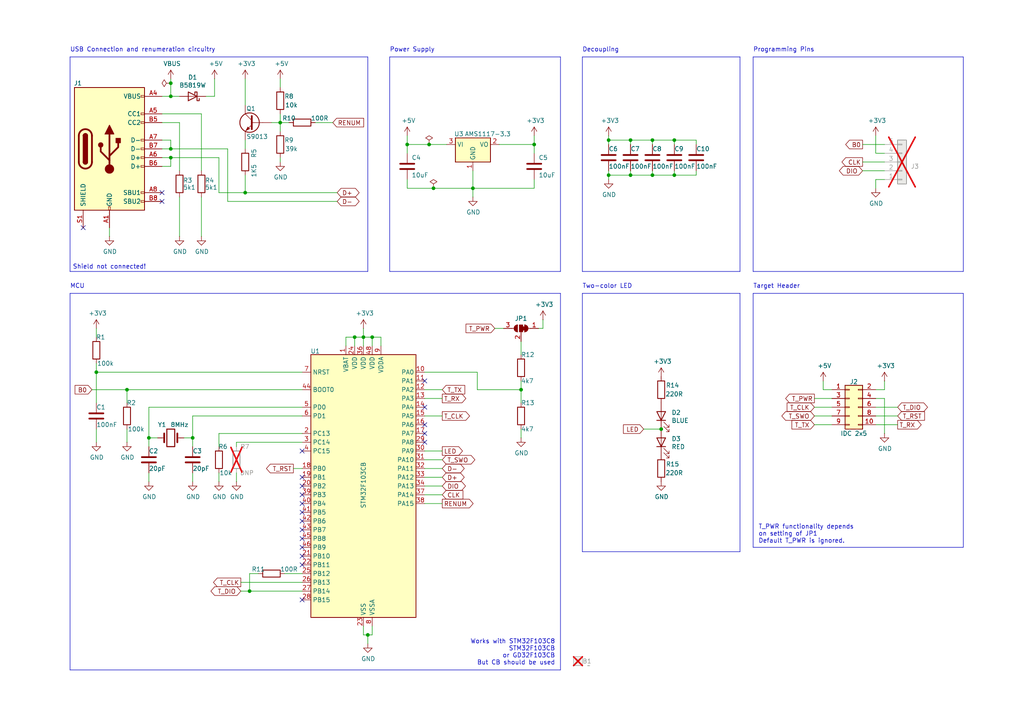
<source format=kicad_sch>
(kicad_sch (version 20250114) (generator "eeschema") (generator_version "9.0")
  (paper "A4")
  (title_block (title "${TITLE}") (rev "${REVISION}") (company "${COMPANY}") (comment 1 "${URL}") (comment 2 "${AUTHOR}") (comment 3 "${AUTHOR_EMAIL}"))
  (lib_symbols
    (symbol "Connector_Generic:Conn_01x05" (pin_names (offset 1.016) (hide yes))
      (property "Reference" "J" (at 0 7.62 0))
      (property "Value" "Conn_01x05" (at 0 -7.62 0))
      (symbol "Conn_01x05_1_1"
        (pin passive line (at -5.08 5.08 0) (length 3.81) (name "Pin_1") (number "1"))
        (pin passive line (at -5.08 2.54 0) (length 3.81) (name "Pin_2") (number "2"))
        (pin passive line (at -5.08 0 0) (length 3.81) (name "Pin_3") (number "3"))
        (pin passive line (at -5.08 -2.54 0) (length 3.81) (name "Pin_4") (number "4"))
        (pin passive line (at -5.08 -5.08 0) (length 3.81) (name "Pin_5") (number "5"))
      )
    )
    (symbol "Connector_Generic:Conn_02x05_Odd_Even" (pin_names (offset 1.016) (hide yes))
      (property "Reference" "J" (at 1.27 7.62 0))
      (property "Value" "Conn_02x05_Odd_Even" (at 1.27 -7.62 0))
      (symbol "Conn_02x05_Odd_Even_1_1"
        (pin passive line (at -5.08 5.08 0) (length 3.81) (name "Pin_1") (number "1"))
        (pin passive line (at -5.08 2.54 0) (length 3.81) (name "Pin_3") (number "3"))
        (pin passive line (at -5.08 0 0) (length 3.81) (name "Pin_5") (number "5"))
        (pin passive line (at -5.08 -2.54 0) (length 3.81) (name "Pin_7") (number "7"))
        (pin passive line (at -5.08 -5.08 0) (length 3.81) (name "Pin_9") (number "9"))
        (pin passive line (at 7.62 5.08 180) (length 3.81) (name "Pin_2") (number "2"))
        (pin passive line (at 7.62 2.54 180) (length 3.81) (name "Pin_4") (number "4"))
        (pin passive line (at 7.62 0 180) (length 3.81) (name "Pin_6") (number "6"))
        (pin passive line (at 7.62 -2.54 180) (length 3.81) (name "Pin_8") (number "8"))
        (pin passive line (at 7.62 -5.08 180) (length 3.81) (name "Pin_10") (number "10"))
      )
    )
    (symbol "Device:C" (pin_numbers (hide yes)) (pin_names (offset 0.254))
      (property "Reference" "C" (at 0.635 2.54 0))
      (property "Value" "C" (at 0.635 -2.54 0))
      (symbol "C_1_1"
        (pin passive line (at 0 3.81 270) (length 2.794) (name "~") (number "1"))
        (pin passive line (at 0 -3.81 90) (length 2.794) (name "~") (number "2"))
      )
    )
    (symbol "Device:Crystal" (pin_numbers (hide yes)) (pin_names (offset 1.016) (hide yes))
      (property "Reference" "Y" (at 0 3.81 0))
      (property "Value" "Crystal" (at 0 -3.81 0))
      (symbol "Crystal_1_1"
        (pin passive line (at -3.81 0 0) (length 1.27) (name "1") (number "1"))
        (pin passive line (at 3.81 0 180) (length 1.27) (name "2") (number "2"))
      )
    )
    (symbol "Device:D_Schottky" (pin_numbers (hide yes)) (pin_names (offset 1.016) (hide yes))
      (property "Reference" "D" (at 0 2.54 0))
      (property "Value" "D_Schottky" (at 0 -2.54 0))
      (symbol "D_Schottky_1_1"
        (pin passive line (at -3.81 0 0) (length 2.54) (name "K") (number "1"))
        (pin passive line (at 3.81 0 180) (length 2.54) (name "A") (number "2"))
      )
    )
    (symbol "Device:LED" (pin_numbers (hide yes)) (pin_names (offset 1.016) (hide yes))
      (property "Reference" "D" (at 0 2.54 0))
      (property "Value" "LED" (at 0 -2.54 0))
      (symbol "LED_1_1"
        (pin passive line (at -3.81 0 0) (length 2.54) (name "K") (number "1"))
        (pin passive line (at 3.81 0 180) (length 2.54) (name "A") (number "2"))
      )
    )
    (symbol "Device:Q_NPN" (pin_numbers (hide yes)) (pin_names (offset 0) (hide yes))
      (property "Reference" "Q" (at 5.08 1.27 0))
      (property "Value" "Q_NPN" (at 5.08 -1.27 0))
      (symbol "Q_NPN_1_1"
        (pin input line (at -5.08 0 0) (length 2.54) (name "B") (number "B"))
        (pin passive line (at 2.54 5.08 270) (length 2.54) (name "C") (number "C"))
        (pin passive line (at 2.54 -5.08 90) (length 2.54) (name "E") (number "E"))
      )
    )
    (symbol "Device:R" (pin_numbers (hide yes)) (pin_names (offset 0))
      (property "Reference" "R" (at 2.032 0 90))
      (property "Value" "R" (at 0 0 90))
      (symbol "R_1_1"
        (pin passive line (at 0 3.81 270) (length 1.27) (name "~") (number "1"))
        (pin passive line (at 0 -3.81 90) (length 1.27) (name "~") (number "2"))
      )
    )
    (symbol "Jumper:SolderJumper_3_Bridged12" (pin_names (offset 0) (hide yes)) (in_bom no)
      (property "Reference" "JP" (at -2.54 -2.54 0))
      (property "Value" "SolderJumper_3_Bridged12" (at 0 2.794 0))
      (symbol "SolderJumper_3_Bridged12_1_1"
        (pin passive line (at -5.08 0 0) (length 2.54) (name "A") (number "1"))
        (pin passive line (at 0 -3.81 90) (length 2.54) (name "C") (number "2"))
        (pin passive line (at 5.08 0 180) (length 2.54) (name "B") (number "3"))
      )
    )
    (symbol "MCU_ST_STM32F1:STM32F103C8Tx"
      (property "Reference" "U" (at -15.24 39.37 0))
      (property "Value" "STM32F103C8Tx" (at 7.62 39.37 0))
      (symbol "STM32F103C8Tx_1_1"
        (pin input line (at -17.78 33.02 0) (length 2.54) (name "NRST") (number "7"))
        (pin input line (at -17.78 27.94 0) (length 2.54) (name "BOOT0") (number "44"))
        (pin bidirectional line (at -17.78 22.86 0) (length 2.54) (name "PD0") (number "5"))
        (pin bidirectional line (at -17.78 20.32 0) (length 2.54) (name "PD1") (number "6"))
        (pin bidirectional line (at -17.78 15.24 0) (length 2.54) (name "PC13") (number "2"))
        (pin bidirectional line (at -17.78 12.7 0) (length 2.54) (name "PC14") (number "3"))
        (pin bidirectional line (at -17.78 10.16 0) (length 2.54) (name "PC15") (number "4"))
        (pin bidirectional line (at -17.78 5.08 0) (length 2.54) (name "PB0") (number "18"))
        (pin bidirectional line (at -17.78 2.54 0) (length 2.54) (name "PB1") (number "19"))
        (pin bidirectional line (at -17.78 0 0) (length 2.54) (name "PB2") (number "20"))
        (pin bidirectional line (at -17.78 -2.54 0) (length 2.54) (name "PB3") (number "39"))
        (pin bidirectional line (at -17.78 -5.08 0) (length 2.54) (name "PB4") (number "40"))
        (pin bidirectional line (at -17.78 -7.62 0) (length 2.54) (name "PB5") (number "41"))
        (pin bidirectional line (at -17.78 -10.16 0) (length 2.54) (name "PB6") (number "42"))
        (pin bidirectional line (at -17.78 -12.7 0) (length 2.54) (name "PB7") (number "43"))
        (pin bidirectional line (at -17.78 -15.24 0) (length 2.54) (name "PB8") (number "45"))
        (pin bidirectional line (at -17.78 -17.78 0) (length 2.54) (name "PB9") (number "46"))
        (pin bidirectional line (at -17.78 -20.32 0) (length 2.54) (name "PB10") (number "21"))
        (pin bidirectional line (at -17.78 -22.86 0) (length 2.54) (name "PB11") (number "22"))
        (pin bidirectional line (at -17.78 -25.4 0) (length 2.54) (name "PB12") (number "25"))
        (pin bidirectional line (at -17.78 -27.94 0) (length 2.54) (name "PB13") (number "26"))
        (pin bidirectional line (at -17.78 -30.48 0) (length 2.54) (name "PB14") (number "27"))
        (pin bidirectional line (at -17.78 -33.02 0) (length 2.54) (name "PB15") (number "28"))
        (pin power_in line (at -5.08 40.64 270) (length 2.54) (name "VBAT") (number "1"))
        (pin power_in line (at -2.54 40.64 270) (length 2.54) (name "VDD") (number "24"))
        (pin power_in line (at 0 40.64 270) (length 2.54) (name "VDD") (number "36"))
        (pin power_in line (at 0 -40.64 90) (length 2.54) (name "VSS") (number "23"))
        (pin passive line (at 0 -40.64 90) (length 2.54) (hide yes) (name "VSS") (number "35"))
        (pin passive line (at 0 -40.64 90) (length 2.54) (hide yes) (name "VSS") (number "47"))
        (pin power_in line (at 2.54 40.64 270) (length 2.54) (name "VDD") (number "48"))
        (pin power_in line (at 2.54 -40.64 90) (length 2.54) (name "VSSA") (number "8"))
        (pin power_in line (at 5.08 40.64 270) (length 2.54) (name "VDDA") (number "9"))
        (pin bidirectional line (at 17.78 33.02 180) (length 2.54) (name "PA0") (number "10"))
        (pin bidirectional line (at 17.78 30.48 180) (length 2.54) (name "PA1") (number "11"))
        (pin bidirectional line (at 17.78 27.94 180) (length 2.54) (name "PA2") (number "12"))
        (pin bidirectional line (at 17.78 25.4 180) (length 2.54) (name "PA3") (number "13"))
        (pin bidirectional line (at 17.78 22.86 180) (length 2.54) (name "PA4") (number "14"))
        (pin bidirectional line (at 17.78 20.32 180) (length 2.54) (name "PA5") (number "15"))
        (pin bidirectional line (at 17.78 17.78 180) (length 2.54) (name "PA6") (number "16"))
        (pin bidirectional line (at 17.78 15.24 180) (length 2.54) (name "PA7") (number "17"))
        (pin bidirectional line (at 17.78 12.7 180) (length 2.54) (name "PA8") (number "29"))
        (pin bidirectional line (at 17.78 10.16 180) (length 2.54) (name "PA9") (number "30"))
        (pin bidirectional line (at 17.78 7.62 180) (length 2.54) (name "PA10") (number "31"))
        (pin bidirectional line (at 17.78 5.08 180) (length 2.54) (name "PA11") (number "32"))
        (pin bidirectional line (at 17.78 2.54 180) (length 2.54) (name "PA12") (number "33"))
        (pin bidirectional line (at 17.78 0 180) (length 2.54) (name "PA13") (number "34"))
        (pin bidirectional line (at 17.78 -2.54 180) (length 2.54) (name "PA14") (number "37"))
        (pin bidirectional line (at 17.78 -5.08 180) (length 2.54) (name "PA15") (number "38"))
      )
    )
    (symbol "Regulator_Linear:AMS1117-3.3"
      (property "Reference" "U" (at -3.81 3.175 0))
      (property "Value" "AMS1117-3.3" (at 0 3.175 0))
      (symbol "AMS1117-3.3_1_1"
        (pin power_in line (at -7.62 0 0) (length 2.54) (name "VI") (number "3"))
        (pin power_in line (at 0 -7.62 90) (length 2.54) (name "GND") (number "1"))
        (pin power_out line (at 7.62 0 180) (length 2.54) (name "VO") (number "2"))
      )
    )
    (symbol "power:+3V3" (power) (pin_numbers (hide yes)) (pin_names (offset 0) (hide yes))
      (property "Value" "+3V3" (at 0 3.556 0))
      (symbol "+3V3_1_1"
        (pin power_in line (at 0 0 90) (length 0) (name "~") (number "1"))
      )
    )
    (symbol "power:+5V" (power) (pin_numbers (hide yes)) (pin_names (offset 0) (hide yes))
      (property "Value" "+5V" (at 0 3.556 0))
      (symbol "+5V_1_1"
        (pin power_in line (at 0 0 90) (length 0) (name "~") (number "1"))
      )
    )
    (symbol "power:GND" (power) (pin_numbers (hide yes)) (pin_names (offset 0) (hide yes))
      (property "Value" "GND" (at 0 -3.81 0))
      (symbol "GND_1_1"
        (pin power_in line (at 0 0 270) (length 0) (name "~") (number "1"))
      )
    )
    (symbol "power:PWR_FLAG" (power) (pin_numbers (hide yes)) (pin_names (offset 0) (hide yes))
      (property "Value" "PWR_FLAG" (at 0 3.81 0))
      (symbol "PWR_FLAG_0_0"
        (pin power_out line (at 0 0 90) (length 0) (name "~") (number "1"))
      )
    )
    (symbol "power:VBUS" (power) (pin_numbers (hide yes)) (pin_names (offset 0) (hide yes))
      (property "Value" "VBUS" (at 0 3.556 0))
      (symbol "VBUS_1_1"
        (pin power_in line (at 0 0 90) (length 0) (name "~") (number "1"))
      )
    )
    (symbol "st-link:Board"
      (property "Reference" "B" (at 0 0 0))
    )
    (symbol "st-link:USB_C_Receptacle_USB2.0-Connector" (pin_names (offset 1.016))
      (property "Reference" "J" (at -10.16 19.05 0))
      (property "Value" "USB_C_Receptacle_USB2.0-Connector" (at 19.05 19.05 0))
      (symbol "USB_C_Receptacle_USB2.0-Connector_1_1"
        (pin passive line (at -7.62 -22.86 90) (length 5.08) (name "SHIELD") (number "S1"))
        (pin power_in line (at 0 -22.86 90) (length 5.08) (name "GND") (number "A1"))
        (pin passive line (at 0 -22.86 90) (length 5.08) (hide yes) (name "GND") (number "A12"))
        (pin passive line (at 0 -22.86 90) (length 5.08) (hide yes) (name "GND") (number "B1"))
        (pin passive line (at 0 -22.86 90) (length 5.08) (hide yes) (name "GND") (number "B12"))
        (pin power_in line (at 15.24 15.24 180) (length 5.08) (name "VBUS") (number "A4"))
        (pin passive line (at 15.24 15.24 180) (length 5.08) (hide yes) (name "VBUS") (number "A9"))
        (pin passive line (at 15.24 15.24 180) (length 5.08) (hide yes) (name "VBUS") (number "B4"))
        (pin passive line (at 15.24 15.24 180) (length 5.08) (hide yes) (name "VBUS") (number "B9"))
        (pin bidirectional line (at 15.24 10.16 180) (length 5.08) (name "CC1") (number "A5"))
        (pin bidirectional line (at 15.24 7.62 180) (length 5.08) (name "CC2") (number "B5"))
        (pin bidirectional line (at 15.24 2.54 180) (length 5.08) (name "D-") (number "A7"))
        (pin bidirectional line (at 15.24 0 180) (length 5.08) (name "D-") (number "B7"))
        (pin bidirectional line (at 15.24 -2.54 180) (length 5.08) (name "D+") (number "A6"))
        (pin bidirectional line (at 15.24 -5.08 180) (length 5.08) (name "D+") (number "B6"))
        (pin bidirectional line (at 15.24 -12.7 180) (length 5.08) (name "SBU1") (number "A8"))
        (pin bidirectional line (at 15.24 -15.24 180) (length 5.08) (name "SBU2") (number "B8"))
      )
    )
  )
  (text "Power Supply" (at 113.03 15.24 0) (effects (font (size 1.27 1.27)) (justify left bottom)))
  (text "T_PWR functionality depends \non setting of JP1\nDefault T_PWR is ignored." (at 219.964 157.734 0) (effects (font (size 1.27 1.27)) (justify left bottom)))
  (text "Decoupling" (at 168.91 15.24 0) (effects (font (size 1.27 1.27)) (justify left bottom)))
  (text "USB Connection and renumeration circuitry" (at 20.32 15.24 0) (effects (font (size 1.27 1.27)) (justify left bottom)))
  (text "Programming Pins" (at 218.44 15.24 0) (effects (font (size 1.27 1.27)) (justify left bottom)))
  (text "Target Header" (at 218.44 83.82 0) (effects (font (size 1.27 1.27)) (justify left bottom)))
  (text "Works with STM32F103C8\nSTM32F103CB\nor GD32F103CB\nBut CB should be used" (at 161.036 185.42 0) (effects (font (size 1.27 1.27)) (justify right top)))
  (text "Two-color LED" (at 168.91 83.82 0) (effects (font (size 1.27 1.27)) (justify left bottom)))
  (text "MCU" (at 20.32 83.82 0) (effects (font (size 1.27 1.27)) (justify left bottom)))
  (text "Shield not connected!" (at 21.082 78.232 0) (effects (font (size 1.27 1.27)) (justify left bottom)))
  (junction (at 189.23 40.64))
  (junction (at 27.94 107.95))
  (junction (at 125.73 54.61))
  (junction (at 55.88 127))
  (junction (at 49.53 43.18))
  (junction (at 154.94 41.91))
  (junction (at 107.95 97.79))
  (junction (at 71.12 55.88))
  (junction (at 191.77 124.46))
  (junction (at 137.16 54.61))
  (junction (at 105.41 97.79))
  (junction (at 81.28 35.56))
  (junction (at 176.53 40.64))
  (junction (at 49.53 45.72))
  (junction (at 36.83 113.03))
  (junction (at 43.18 127))
  (junction (at 102.87 97.79))
  (junction (at 49.53 27.94))
  (junction (at 182.88 40.64))
  (junction (at 195.58 40.64))
  (junction (at 118.11 41.91))
  (junction (at 124.46 41.91))
  (junction (at 49.53 24.13))
  (junction (at 182.88 50.8))
  (junction (at 106.68 184.15))
  (junction (at 72.39 171.45))
  (junction (at 195.58 50.8))
  (junction (at 189.23 50.8))
  (junction (at 151.13 113.03))
  (junction (at 176.53 50.8))
  (no_connect (at 123.19 118.11))
  (no_connect (at 87.63 156.21))
  (no_connect (at 87.63 148.59))
  (no_connect (at 87.63 140.97))
  (no_connect (at 87.63 138.43))
  (no_connect (at 46.99 55.88))
  (no_connect (at 87.63 143.51))
  (no_connect (at 87.63 158.75))
  (no_connect (at 123.19 125.73))
  (no_connect (at 87.63 163.83))
  (no_connect (at 123.19 123.19))
  (no_connect (at 87.63 161.29))
  (no_connect (at 123.19 110.49))
  (no_connect (at 123.19 128.27))
  (no_connect (at 24.13 66.04))
  (no_connect (at 87.63 146.05))
  (no_connect (at 87.63 153.67))
  (no_connect (at 87.63 173.99))
  (no_connect (at 87.63 130.81))
  (no_connect (at 87.63 151.13))
  (no_connect (at 46.99 58.42))
  (wire (pts (xy 238.76 110.49) (xy 238.76 113.03)))
  (wire (pts (xy 53.34 127) (xy 55.88 127)))
  (wire (pts (xy 43.18 127) (xy 43.18 129.54)))
  (wire (pts (xy 97.79 58.42) (xy 66.04 58.42)))
  (wire (pts (xy 43.18 118.11) (xy 43.18 127)))
  (wire (pts (xy 100.33 100.33) (xy 100.33 97.79)))
  (wire (pts (xy 36.83 113.03) (xy 87.63 113.03)))
  (wire (pts (xy 189.23 41.91) (xy 189.23 40.64)))
  (wire (pts (xy 144.78 41.91) (xy 154.94 41.91)))
  (wire (pts (xy 128.27 130.81) (xy 123.19 130.81)))
  (wire (pts (xy 118.11 39.37) (xy 118.11 41.91)))
  (wire (pts (xy 123.19 120.65) (xy 128.27 120.65)))
  (wire (pts (xy 256.54 115.57) (xy 256.54 125.73)))
  (wire (pts (xy 71.12 55.88) (xy 97.79 55.88)))
  (wire (pts (xy 66.04 58.42) (xy 66.04 43.18)))
  (wire (pts (xy 123.19 133.35) (xy 128.27 133.35)))
  (wire (pts (xy 260.35 120.65) (xy 254 120.65)))
  (wire (pts (xy 46.99 27.94) (xy 49.53 27.94)))
  (polyline (pts (xy 162.56 194.31) (xy 20.32 194.31)))
  (wire (pts (xy 81.28 45.72) (xy 81.28 46.99)))
  (wire (pts (xy 254 52.07) (xy 254 54.61)))
  (wire (pts (xy 138.43 113.03) (xy 151.13 113.03)))
  (wire (pts (xy 157.48 92.71) (xy 157.48 95.25)))
  (polyline (pts (xy 214.63 16.51) (xy 214.63 78.74)))
  (wire (pts (xy 176.53 40.64) (xy 176.53 39.37)))
  (wire (pts (xy 74.93 166.37) (xy 72.39 166.37)))
  (polyline (pts (xy 168.91 85.09) (xy 214.63 85.09)))
  (wire (pts (xy 105.41 181.61) (xy 105.41 184.15)))
  (wire (pts (xy 191.77 124.46) (xy 186.69 124.46)))
  (wire (pts (xy 49.53 22.86) (xy 49.53 24.13)))
  (wire (pts (xy 52.07 49.53) (xy 52.07 35.56)))
  (wire (pts (xy 254 115.57) (xy 256.54 115.57)))
  (wire (pts (xy 100.33 97.79) (xy 102.87 97.79)))
  (wire (pts (xy 137.16 57.15) (xy 137.16 54.61)))
  (wire (pts (xy 63.5 55.88) (xy 63.5 45.72)))
  (wire (pts (xy 87.63 168.91) (xy 69.85 168.91)))
  (polyline (pts (xy 218.44 16.51) (xy 279.4 16.51)))
  (wire (pts (xy 81.28 35.56) (xy 78.74 35.56)))
  (wire (pts (xy 250.19 41.91) (xy 256.54 41.91)))
  (wire (pts (xy 36.83 128.27) (xy 36.83 124.46)))
  (polyline (pts (xy 214.63 85.09) (xy 214.63 160.02)))
  (wire (pts (xy 195.58 40.64) (xy 201.93 40.64)))
  (polyline (pts (xy 113.03 16.51) (xy 162.56 16.51)))
  (wire (pts (xy 182.88 41.91) (xy 182.88 40.64)))
  (wire (pts (xy 189.23 50.8) (xy 182.88 50.8)))
  (wire (pts (xy 85.09 135.89) (xy 87.63 135.89)))
  (wire (pts (xy 36.83 116.84) (xy 36.83 113.03)))
  (wire (pts (xy 195.58 50.8) (xy 189.23 50.8)))
  (wire (pts (xy 137.16 54.61) (xy 137.16 49.53)))
  (polyline (pts (xy 279.4 158.75) (xy 218.44 158.75)))
  (wire (pts (xy 241.3 123.19) (xy 236.22 123.19)))
  (polyline (pts (xy 218.44 158.75) (xy 218.44 85.09)))
  (wire (pts (xy 46.99 48.26) (xy 49.53 48.26)))
  (wire (pts (xy 154.94 54.61) (xy 154.94 52.07)))
  (wire (pts (xy 87.63 118.11) (xy 43.18 118.11)))
  (wire (pts (xy 27.94 107.95) (xy 27.94 105.41)))
  (wire (pts (xy 157.48 95.25) (xy 156.21 95.25)))
  (wire (pts (xy 123.19 107.95) (xy 138.43 107.95)))
  (wire (pts (xy 201.93 40.64) (xy 201.93 41.91)))
  (wire (pts (xy 55.88 137.16) (xy 55.88 139.7)))
  (wire (pts (xy 110.49 97.79) (xy 110.49 100.33)))
  (wire (pts (xy 81.28 38.1) (xy 81.28 35.56)))
  (wire (pts (xy 151.13 110.49) (xy 151.13 113.03)))
  (wire (pts (xy 71.12 55.88) (xy 63.5 55.88)))
  (wire (pts (xy 105.41 184.15) (xy 106.68 184.15)))
  (wire (pts (xy 106.68 184.15) (xy 107.95 184.15)))
  (wire (pts (xy 128.27 146.05) (xy 123.19 146.05)))
  (wire (pts (xy 238.76 113.03) (xy 241.3 113.03)))
  (polyline (pts (xy 218.44 85.09) (xy 279.4 85.09)))
  (wire (pts (xy 62.23 27.94) (xy 59.69 27.94)))
  (polyline (pts (xy 279.4 85.09) (xy 279.4 158.75)))
  (wire (pts (xy 43.18 137.16) (xy 43.18 139.7)))
  (wire (pts (xy 87.63 128.27) (xy 68.58 128.27)))
  (wire (pts (xy 254 123.19) (xy 260.35 123.19)))
  (wire (pts (xy 236.22 115.57) (xy 241.3 115.57)))
  (wire (pts (xy 52.07 68.58) (xy 52.07 57.15)))
  (wire (pts (xy 146.05 95.25) (xy 143.51 95.25)))
  (wire (pts (xy 71.12 40.64) (xy 71.12 43.18)))
  (polyline (pts (xy 162.56 16.51) (xy 162.56 78.74)))
  (polyline (pts (xy 162.56 78.74) (xy 113.03 78.74)))
  (wire (pts (xy 118.11 54.61) (xy 125.73 54.61)))
  (polyline (pts (xy 20.32 194.31) (xy 20.32 85.09)))
  (wire (pts (xy 49.53 27.94) (xy 52.07 27.94)))
  (wire (pts (xy 72.39 171.45) (xy 69.85 171.45)))
  (wire (pts (xy 138.43 107.95) (xy 138.43 113.03)))
  (wire (pts (xy 176.53 49.53) (xy 176.53 50.8)))
  (polyline (pts (xy 168.91 16.51) (xy 214.63 16.51)))
  (wire (pts (xy 256.54 110.49) (xy 256.54 113.03)))
  (wire (pts (xy 87.63 120.65) (xy 55.88 120.65)))
  (polyline (pts (xy 20.32 78.74) (xy 20.32 16.51)))
  (wire (pts (xy 128.27 140.97) (xy 123.19 140.97)))
  (wire (pts (xy 31.75 68.58) (xy 31.75 66.04)))
  (wire (pts (xy 63.5 125.73) (xy 87.63 125.73)))
  (polyline (pts (xy 279.4 78.74) (xy 218.44 78.74)))
  (wire (pts (xy 58.42 49.53) (xy 58.42 33.02)))
  (wire (pts (xy 72.39 166.37) (xy 72.39 171.45)))
  (wire (pts (xy 254 39.37) (xy 254 44.45)))
  (polyline (pts (xy 214.63 78.74) (xy 168.91 78.74)))
  (wire (pts (xy 195.58 41.91) (xy 195.58 40.64)))
  (wire (pts (xy 107.95 100.33) (xy 107.95 97.79)))
  (wire (pts (xy 182.88 50.8) (xy 176.53 50.8)))
  (wire (pts (xy 182.88 49.53) (xy 182.88 50.8)))
  (polyline (pts (xy 20.32 16.51) (xy 106.68 16.51)))
  (wire (pts (xy 256.54 113.03) (xy 254 113.03)))
  (polyline (pts (xy 162.56 85.09) (xy 162.56 194.31)))
  (wire (pts (xy 118.11 52.07) (xy 118.11 54.61)))
  (wire (pts (xy 63.5 137.16) (xy 63.5 139.7)))
  (wire (pts (xy 55.88 120.65) (xy 55.88 127)))
  (wire (pts (xy 107.95 97.79) (xy 110.49 97.79)))
  (wire (pts (xy 195.58 50.8) (xy 201.93 50.8)))
  (wire (pts (xy 63.5 45.72) (xy 49.53 45.72)))
  (wire (pts (xy 87.63 166.37) (xy 82.55 166.37)))
  (wire (pts (xy 124.46 41.91) (xy 118.11 41.91)))
  (polyline (pts (xy 106.68 16.51) (xy 106.68 78.74)))
  (polyline (pts (xy 168.91 160.02) (xy 168.91 85.09)))
  (wire (pts (xy 58.42 33.02) (xy 46.99 33.02)))
  (wire (pts (xy 128.27 135.89) (xy 123.19 135.89)))
  (wire (pts (xy 128.27 143.51) (xy 123.19 143.51)))
  (wire (pts (xy 125.73 54.61) (xy 137.16 54.61)))
  (wire (pts (xy 105.41 100.33) (xy 105.41 97.79)))
  (wire (pts (xy 254 44.45) (xy 256.54 44.45)))
  (wire (pts (xy 256.54 49.53) (xy 250.19 49.53)))
  (wire (pts (xy 106.68 184.15) (xy 106.68 186.69)))
  (polyline (pts (xy 20.32 85.09) (xy 162.56 85.09)))
  (wire (pts (xy 189.23 49.53) (xy 189.23 50.8)))
  (wire (pts (xy 123.19 115.57) (xy 128.27 115.57)))
  (polyline (pts (xy 279.4 16.51) (xy 279.4 78.74)))
  (wire (pts (xy 27.94 107.95) (xy 27.94 116.84)))
  (wire (pts (xy 49.53 48.26) (xy 49.53 45.72)))
  (wire (pts (xy 151.13 113.03) (xy 151.13 116.84)))
  (wire (pts (xy 154.94 39.37) (xy 154.94 41.91)))
  (wire (pts (xy 105.41 97.79) (xy 107.95 97.79)))
  (wire (pts (xy 55.88 127) (xy 55.88 129.54)))
  (wire (pts (xy 36.83 113.03) (xy 26.67 113.03)))
  (wire (pts (xy 128.27 113.03) (xy 123.19 113.03)))
  (polyline (pts (xy 168.91 78.74) (xy 168.91 16.51)))
  (wire (pts (xy 195.58 49.53) (xy 195.58 50.8)))
  (polyline (pts (xy 214.63 160.02) (xy 168.91 160.02)))
  (wire (pts (xy 102.87 97.79) (xy 105.41 97.79)))
  (wire (pts (xy 27.94 128.27) (xy 27.94 124.46)))
  (wire (pts (xy 182.88 40.64) (xy 176.53 40.64)))
  (wire (pts (xy 45.72 127) (xy 43.18 127)))
  (wire (pts (xy 118.11 41.91) (xy 118.11 44.45)))
  (wire (pts (xy 176.53 41.91) (xy 176.53 40.64)))
  (wire (pts (xy 107.95 181.61) (xy 107.95 184.15)))
  (wire (pts (xy 151.13 102.87) (xy 151.13 99.06)))
  (wire (pts (xy 87.63 107.95) (xy 27.94 107.95)))
  (wire (pts (xy 63.5 125.73) (xy 63.5 129.54)))
  (wire (pts (xy 236.22 120.65) (xy 241.3 120.65)))
  (wire (pts (xy 129.54 41.91) (xy 124.46 41.91)))
  (wire (pts (xy 154.94 41.91) (xy 154.94 44.45)))
  (wire (pts (xy 49.53 43.18) (xy 46.99 43.18)))
  (wire (pts (xy 176.53 50.8) (xy 176.53 52.07)))
  (wire (pts (xy 81.28 33.02) (xy 81.28 35.56)))
  (wire (pts (xy 256.54 52.07) (xy 254 52.07)))
  (wire (pts (xy 58.42 68.58) (xy 58.42 57.15)))
  (wire (pts (xy 49.53 24.13) (xy 49.53 27.94)))
  (wire (pts (xy 189.23 40.64) (xy 182.88 40.64)))
  (wire (pts (xy 81.28 22.86) (xy 81.28 25.4)))
  (wire (pts (xy 250.19 46.99) (xy 256.54 46.99)))
  (wire (pts (xy 71.12 22.86) (xy 71.12 30.48)))
  (wire (pts (xy 241.3 118.11) (xy 236.22 118.11)))
  (polyline (pts (xy 113.03 78.74) (xy 113.03 16.51)))
  (wire (pts (xy 68.58 137.16) (xy 68.58 139.7)))
  (wire (pts (xy 195.58 40.64) (xy 189.23 40.64)))
  (wire (pts (xy 123.19 138.43) (xy 128.27 138.43)))
  (wire (pts (xy 68.58 128.27) (xy 68.58 129.54)))
  (wire (pts (xy 71.12 50.8) (xy 71.12 55.88)))
  (polyline (pts (xy 218.44 78.74) (xy 218.44 16.51)))
  (wire (pts (xy 49.53 40.64) (xy 49.53 43.18)))
  (wire (pts (xy 62.23 22.86) (xy 62.23 27.94)))
  (wire (pts (xy 105.41 95.25) (xy 105.41 97.79)))
  (wire (pts (xy 66.04 43.18) (xy 49.53 43.18)))
  (wire (pts (xy 254 118.11) (xy 260.35 118.11)))
  (wire (pts (xy 52.07 35.56) (xy 46.99 35.56)))
  (wire (pts (xy 102.87 100.33) (xy 102.87 97.79)))
  (wire (pts (xy 49.53 45.72) (xy 46.99 45.72)))
  (polyline (pts (xy 106.68 78.74) (xy 20.32 78.74)))
  (wire (pts (xy 201.93 50.8) (xy 201.93 49.53)))
  (wire (pts (xy 151.13 124.46) (xy 151.13 127)))
  (wire (pts (xy 87.63 171.45) (xy 72.39 171.45)))
  (wire (pts (xy 83.82 35.56) (xy 81.28 35.56)))
  (wire (pts (xy 46.99 40.64) (xy 49.53 40.64)))
  (wire (pts (xy 27.94 95.25) (xy 27.94 97.79)))
  (wire (pts (xy 96.52 35.56) (xy 91.44 35.56)))
  (wire (pts (xy 137.16 54.61) (xy 154.94 54.61)))
  (global_label "LED" (shape output) (at 128.27 130.81 0) (property "Intersheetrefs" "${INTERSHEET_REFS}" (effects (hide yes))))
  (global_label "CLK" (shape input) (at 128.27 143.51 0) (property "Intersheetrefs" "${INTERSHEET_REFS}" (effects (hide yes))))
  (global_label "D-" (shape bidirectional) (at 128.27 135.89 0) (property "Intersheetrefs" "${INTERSHEET_REFS}" (effects (hide yes))))
  (global_label "T_RX" (shape output) (at 260.35 123.19 0) (property "Intersheetrefs" "${INTERSHEET_REFS}" (effects (hide yes))))
  (global_label "CLK" (shape output) (at 250.19 46.99 180) (property "Intersheetrefs" "${INTERSHEET_REFS}" (effects (hide yes))))
  (global_label "T_CLK" (shape output) (at 128.27 120.65 0) (property "Intersheetrefs" "${INTERSHEET_REFS}" (effects (hide yes))))
  (global_label "T_PWR" (shape output) (at 236.22 115.57 180) (property "Intersheetrefs" "${INTERSHEET_REFS}" (effects (hide yes))))
  (global_label "T_DIO" (shape bidirectional) (at 69.85 171.45 180) (property "Intersheetrefs" "${INTERSHEET_REFS}" (effects (hide yes))))
  (global_label "T_RST" (shape input) (at 260.35 120.65 0) (property "Intersheetrefs" "${INTERSHEET_REFS}" (effects (hide yes))))
  (global_label "T_SWO" (shape bidirectional) (at 236.22 120.65 180) (property "Intersheetrefs" "${INTERSHEET_REFS}" (effects (hide yes))))
  (global_label "T_RST" (shape output) (at 85.09 135.89 180) (property "Intersheetrefs" "${INTERSHEET_REFS}" (effects (hide yes))))
  (global_label "DIO" (shape bidirectional) (at 250.19 49.53 180) (property "Intersheetrefs" "${INTERSHEET_REFS}" (effects (hide yes))))
  (global_label "T_CLK" (shape input) (at 236.22 118.11 180) (property "Intersheetrefs" "${INTERSHEET_REFS}" (effects (hide yes))))
  (global_label "B0" (shape output) (at 250.19 41.91 180) (property "Intersheetrefs" "${INTERSHEET_REFS}" (effects (hide yes))))
  (global_label "D-" (shape bidirectional) (at 97.79 58.42 0) (property "Intersheetrefs" "${INTERSHEET_REFS}" (effects (hide yes))))
  (global_label "T_TX" (shape input) (at 236.22 123.19 180) (property "Intersheetrefs" "${INTERSHEET_REFS}" (effects (hide yes))))
  (global_label "T_TX" (shape input) (at 128.27 113.03 0) (property "Intersheetrefs" "${INTERSHEET_REFS}" (effects (hide yes))))
  (global_label "D+" (shape bidirectional) (at 128.27 138.43 0) (property "Intersheetrefs" "${INTERSHEET_REFS}" (effects (hide yes))))
  (global_label "T_DIO" (shape bidirectional) (at 260.35 118.11 0) (property "Intersheetrefs" "${INTERSHEET_REFS}" (effects (hide yes))))
  (global_label "T_CLK" (shape output) (at 69.85 168.91 180) (property "Intersheetrefs" "${INTERSHEET_REFS}" (effects (hide yes))))
  (global_label "LED" (shape input) (at 186.69 124.46 180) (property "Intersheetrefs" "${INTERSHEET_REFS}" (effects (hide yes))))
  (global_label "B0" (shape input) (at 26.67 113.03 180) (property "Intersheetrefs" "${INTERSHEET_REFS}" (effects (hide yes))))
  (global_label "T_PWR" (shape input) (at 143.51 95.25 180) (property "Intersheetrefs" "${INTERSHEET_REFS}" (effects (hide yes))))
  (global_label "T_RX" (shape output) (at 128.27 115.57 0) (property "Intersheetrefs" "${INTERSHEET_REFS}" (effects (hide yes))))
  (global_label "RENUM" (shape input) (at 96.52 35.56 0) (property "Intersheetrefs" "${INTERSHEET_REFS}" (effects (hide yes))))
  (global_label "D+" (shape bidirectional) (at 97.79 55.88 0) (property "Intersheetrefs" "${INTERSHEET_REFS}" (effects (hide yes))))
  (global_label "DIO" (shape bidirectional) (at 128.27 140.97 0) (property "Intersheetrefs" "${INTERSHEET_REFS}" (effects (hide yes))))
  (global_label "RENUM" (shape output) (at 128.27 146.05 0) (property "Intersheetrefs" "${INTERSHEET_REFS}" (effects (hide yes))))
  (global_label "T_SWO" (shape bidirectional) (at 128.27 133.35 0) (property "Intersheetrefs" "${INTERSHEET_REFS}" (effects (hide yes))))
  (symbol (lib_id "MCU_ST_STM32F1:STM32F103C8Tx") (at 105.41 140.97 0) (unit 1)
    (property "Reference" "U1" (at 91.44 101.854 0))
    (property "Value" "STM32F103CB" (at 105.41 140.716 90))
    (property "Footprint" "st-link:LQFP-48_7x7mm_P0.5mm" (effects (hide yes)))
    (property "Datasheet" "https://www.st.com/resource/en/datasheet/stm32f103c8.pdf" (effects (hide yes)))
    (property "Description" "STMicroelectronics Arm Cortex-M3 MCU, 64KB flash, 20KB RAM, 72 MHz, 2.0-3.6V, 37 GPIO, LQFP48" (effects (hide yes)))
    (property "LCSC" "C8304" (effects (hide yes)))
  )
  (symbol (lib_id "power:GND") (at 137.16 57.15 0) (unit 1)
    (property "Reference" "#PWR020" (effects (hide yes)))
    (property "Value" "GND" (at 137.287 61.5442 0))
    (property "Description" "Power symbol creates a global label with name \"GND\" , ground" (effects (hide yes)))
  )
  (symbol (lib_id "power:+3V3") (at 154.94 39.37 0) (unit 1)
    (property "Reference" "#PWR022" (effects (hide yes)))
    (property "Value" "+3V3" (at 155.321 34.9758 0))
    (property "Description" "Power symbol creates a global label with name \"+3V3\"" (effects (hide yes)))
  )
  (symbol (lib_id "power:+5V") (at 118.11 39.37 0) (unit 1)
    (property "Reference" "#PWR019" (effects (hide yes)))
    (property "Value" "+5V" (at 118.491 34.9758 0))
    (property "Description" "Power symbol creates a global label with name \"+5V\"" (effects (hide yes)))
  )
  (symbol (lib_id "Device:C") (at 118.11 48.26 0) (unit 1)
    (property "Reference" "C4" (at 119.38 45.72 0) (effects (justify left)))
    (property "Value" "10uF" (at 119.38 50.8 0) (effects (justify left)))
    (property "Footprint" "Capacitor_SMD:C_0805_2012Metric" (effects (hide yes)))
    (property "Description" "Unpolarized capacitor" (effects (hide yes)))
    (property "LCSC" "C15850" (effects (hide yes)))
  )
  (symbol (lib_id "Device:C") (at 154.94 48.26 0) (unit 1)
    (property "Reference" "C5" (at 156.21 45.72 0) (effects (justify left)))
    (property "Value" "10uF" (at 156.21 50.8 0) (effects (justify left)))
    (property "Footprint" "Capacitor_SMD:C_0805_2012Metric" (effects (hide yes)))
    (property "Description" "Unpolarized capacitor" (effects (hide yes)))
    (property "LCSC" "C15850" (effects (hide yes)))
  )
  (symbol (lib_id "Device:D_Schottky") (at 55.88 27.94 180) (unit 1)
    (property "Reference" "D1" (at 55.88 22.4282 0))
    (property "Value" "B5819W" (at 55.88 24.7396 0))
    (property "Footprint" "Diode_SMD:D_SOD-123" (effects (hide yes)))
    (property "Description" "Schottky diode" (effects (hide yes)))
    (property "LCSC" "C8598" (effects (hide yes)))
  )
  (symbol (lib_id "power:VBUS") (at 49.53 22.86 0) (unit 1)
    (property "Reference" "#PWR06" (effects (hide yes)))
    (property "Value" "VBUS" (at 49.911 18.4658 0))
    (property "Description" "Power symbol creates a global label with name \"VBUS\"" (effects (hide yes)))
  )
  (symbol (lib_id "power:+5V") (at 62.23 22.86 0) (unit 1)
    (property "Reference" "#PWR010" (effects (hide yes)))
    (property "Value" "+5V" (at 62.611 18.4658 0))
    (property "Description" "Power symbol creates a global label with name \"+5V\"" (effects (hide yes)))
  )
  (symbol (lib_id "power:GND") (at 106.68 186.69 0) (unit 1)
    (property "Reference" "#PWR017" (effects (hide yes)))
    (property "Value" "GND" (at 106.807 191.0842 0))
    (property "Description" "Power symbol creates a global label with name \"GND\" , ground" (effects (hide yes)))
  )
  (symbol (lib_id "power:+3V3") (at 191.77 109.22 0) (unit 1)
    (property "Reference" "#PWR026" (effects (hide yes)))
    (property "Value" "+3V3" (at 192.151 104.8258 0))
    (property "Description" "Power symbol creates a global label with name \"+3V3\"" (effects (hide yes)))
  )
  (symbol (lib_id "Connector_Generic:Conn_02x05_Odd_Even") (at 246.38 118.11 0) (unit 1)
    (property "Reference" "J2" (at 247.65 110.744 0))
    (property "Value" "IDC 2x5" (at 247.65 125.73 0))
    (property "Footprint" "st-link:IDC-Header_2x05_P2.54mm_Vertical_SMD" (effects (hide yes)))
    (property "Description" "Generic connector, double row, 02x05, odd/even pin numbering scheme (row 1 odd numbers, row 2 even numbers), script generated (kicad-library-utils/schlib/autogen/connector/)" (effects (hide yes)))
    (property "LCSC" "C41376028" (effects (hide yes)))
  )
  (symbol (lib_id "Device:R") (at 71.12 46.99 180) (unit 1)
    (property "Reference" "R5" (at 73.66 44.45 90))
    (property "Value" "1K5" (at 73.66 49.53 90))
    (property "Footprint" "Resistor_SMD:R_0402_1005Metric" (effects (hide yes)))
    (property "Description" "Resistor" (effects (hide yes)))
    (property "LCSC" "C25867" (effects (hide yes)))
  )
  (symbol (lib_id "power:+3V3") (at 71.12 22.86 0) (unit 1)
    (property "Reference" "#PWR012" (effects (hide yes)))
    (property "Value" "+3V3" (at 71.501 18.4658 0))
    (property "Description" "Power symbol creates a global label with name \"+3V3\"" (effects (hide yes)))
  )
  (symbol (lib_id "Device:C") (at 176.53 45.72 0) (unit 1)
    (property "Reference" "C6" (at 176.53 43.18 0) (effects (justify left)))
    (property "Value" "100nF" (at 176.53 48.26 0) (effects (justify left)))
    (property "Footprint" "Capacitor_SMD:C_0402_1005Metric" (effects (hide yes)))
    (property "Description" "Unpolarized capacitor" (effects (hide yes)))
    (property "LCSC" "C1525" (effects (hide yes)))
  )
  (symbol (lib_id "Device:C") (at 182.88 45.72 0) (unit 1)
    (property "Reference" "C7" (at 182.88 43.18 0) (effects (justify left)))
    (property "Value" "100nF" (at 182.88 48.26 0) (effects (justify left)))
    (property "Footprint" "Capacitor_SMD:C_0402_1005Metric" (effects (hide yes)))
    (property "Description" "Unpolarized capacitor" (effects (hide yes)))
    (property "LCSC" "C1525" (effects (hide yes)))
  )
  (symbol (lib_id "Device:C") (at 189.23 45.72 0) (unit 1)
    (property "Reference" "C8" (at 189.23 43.18 0) (effects (justify left)))
    (property "Value" "100nF" (at 189.23 48.26 0) (effects (justify left)))
    (property "Footprint" "Capacitor_SMD:C_0402_1005Metric" (effects (hide yes)))
    (property "Description" "Unpolarized capacitor" (effects (hide yes)))
    (property "LCSC" "C1525" (effects (hide yes)))
  )
  (symbol (lib_id "Device:C") (at 195.58 45.72 0) (unit 1)
    (property "Reference" "C9" (at 195.58 43.18 0) (effects (justify left)))
    (property "Value" "100nF" (at 195.58 48.26 0) (effects (justify left)))
    (property "Footprint" "Capacitor_SMD:C_0402_1005Metric" (effects (hide yes)))
    (property "Description" "Unpolarized capacitor" (effects (hide yes)))
    (property "LCSC" "C1525" (effects (hide yes)))
  )
  (symbol (lib_id "power:+3V3") (at 176.53 39.37 0) (unit 1)
    (property "Reference" "#PWR024" (effects (hide yes)))
    (property "Value" "+3V3" (at 176.911 34.9758 0))
    (property "Description" "Power symbol creates a global label with name \"+3V3\"" (effects (hide yes)))
  )
  (symbol (lib_id "power:GND") (at 176.53 52.07 0) (unit 1)
    (property "Reference" "#PWR025" (effects (hide yes)))
    (property "Value" "GND" (at 176.657 56.4642 0))
    (property "Description" "Power symbol creates a global label with name \"GND\" , ground" (effects (hide yes)))
  )
  (symbol (lib_id "power:GND") (at 256.54 125.73 0) (unit 1)
    (property "Reference" "#PWR032" (effects (hide yes)))
    (property "Value" "GND" (at 256.667 130.1242 0))
    (property "Description" "Power symbol creates a global label with name \"GND\" , ground" (effects (hide yes)))
  )
  (symbol (lib_id "Device:Crystal") (at 49.53 127 0) (unit 1)
    (property "Reference" "Y1" (at 46.99 123.19 0))
    (property "Value" "8MHz" (at 52.07 123.19 0))
    (property "Footprint" "st-link:Crystal_SMD_5032-2Pin_5.0x3.2mm" (effects (hide yes)))
    (property "Description" "Two pin crystal" (effects (hide yes)))
    (property "LCSC" "C115962" (effects (hide yes)))
  )
  (symbol (lib_id "Device:C") (at 43.18 133.35 0) (unit 1)
    (property "Reference" "C2" (at 43.18 130.81 0) (effects (justify left)))
    (property "Value" "20pF" (at 43.18 135.89 0) (effects (justify left)))
    (property "Footprint" "Capacitor_SMD:C_0402_1005Metric" (effects (hide yes)))
    (property "Description" "Unpolarized capacitor" (effects (hide yes)))
    (property "LCSC" "C1554" (effects (hide yes)))
  )
  (symbol (lib_id "Device:C") (at 55.88 133.35 0) (unit 1)
    (property "Reference" "C3" (at 55.88 130.81 0) (effects (justify left)))
    (property "Value" "20pF" (at 55.88 135.89 0) (effects (justify left)))
    (property "Footprint" "Capacitor_SMD:C_0402_1005Metric" (effects (hide yes)))
    (property "Description" "Unpolarized capacitor" (effects (hide yes)))
    (property "LCSC" "C1554" (effects (hide yes)))
  )
  (symbol (lib_id "power:GND") (at 43.18 139.7 0) (unit 1)
    (property "Reference" "#PWR08" (effects (hide yes)))
    (property "Value" "GND" (at 43.307 144.0942 0))
    (property "Description" "Power symbol creates a global label with name \"GND\" , ground" (effects (hide yes)))
  )
  (symbol (lib_id "power:GND") (at 55.88 139.7 0) (unit 1)
    (property "Reference" "#PWR011" (effects (hide yes)))
    (property "Value" "GND" (at 56.007 144.0942 0))
    (property "Description" "Power symbol creates a global label with name \"GND\" , ground" (effects (hide yes)))
  )
  (symbol (lib_id "Device:LED") (at 191.77 120.65 90) (unit 1)
    (property "Reference" "D2" (at 194.7672 119.6594 90) (effects (justify right)))
    (property "Value" "BLUE" (at 194.7672 121.9708 90) (effects (justify right)))
    (property "Footprint" "LED_SMD:LED_0603_1608Metric" (effects (hide yes)))
    (property "Description" "Light emitting diode" (effects (hide yes)))
    (property "LCSC" "C72041" (effects (hide yes)))
    (property "Sim.Pins" "1=K 2=A" (effects (hide yes)))
  )
  (symbol (lib_id "Device:R") (at 191.77 113.03 180) (unit 1)
    (property "Reference" "R14" (at 195.072 111.76 0))
    (property "Value" "220R" (at 198.12 114.3 0) (effects (justify left)))
    (property "Footprint" "Resistor_SMD:R_0402_1005Metric" (effects (hide yes)))
    (property "Description" "Resistor" (effects (hide yes)))
    (property "LCSC" "C25091" (effects (hide yes)))
  )
  (symbol (lib_id "Device:LED") (at 191.77 128.27 90) (unit 1)
    (property "Reference" "D3" (at 194.7672 127.2794 90) (effects (justify right)))
    (property "Value" "RED" (at 194.7672 129.5908 90) (effects (justify right)))
    (property "Footprint" "LED_SMD:LED_0603_1608Metric" (effects (hide yes)))
    (property "Description" "Light emitting diode" (effects (hide yes)))
    (property "LCSC" "C2286" (effects (hide yes)))
    (property "Sim.Pins" "1=K 2=A" (effects (hide yes)))
  )
  (symbol (lib_id "Device:R") (at 191.77 135.89 180) (unit 1)
    (property "Reference" "R15" (at 195.072 134.62 0))
    (property "Value" "220R" (at 198.12 137.16 0) (effects (justify left)))
    (property "Footprint" "Resistor_SMD:R_0402_1005Metric" (effects (hide yes)))
    (property "Description" "Resistor" (effects (hide yes)))
    (property "LCSC" "C25091" (effects (hide yes)))
  )
  (symbol (lib_id "power:GND") (at 191.77 139.7 0) (unit 1)
    (property "Reference" "#PWR027" (effects (hide yes)))
    (property "Value" "GND" (at 191.897 144.0942 0))
    (property "Description" "Power symbol creates a global label with name \"GND\" , ground" (effects (hide yes)))
  )
  (symbol (lib_id "Device:R") (at 27.94 101.6 180) (unit 1)
    (property "Reference" "R1" (at 29.21 97.79 0))
    (property "Value" "100k" (at 33.02 105.41 0) (effects (justify left)))
    (property "Footprint" "Resistor_SMD:R_0402_1005Metric" (effects (hide yes)))
    (property "Description" "Resistor" (effects (hide yes)))
    (property "LCSC" "C25741" (effects (hide yes)))
  )
  (symbol (lib_id "Device:C") (at 27.94 120.65 0) (unit 1)
    (property "Reference" "C1" (at 27.94 118.11 0) (effects (justify left)))
    (property "Value" "100nF" (at 27.94 123.19 0) (effects (justify left)))
    (property "Footprint" "Capacitor_SMD:C_0402_1005Metric" (effects (hide yes)))
    (property "Description" "Unpolarized capacitor" (effects (hide yes)))
    (property "LCSC" "C1525" (effects (hide yes)))
  )
  (symbol (lib_id "power:+3V3") (at 105.41 95.25 0) (unit 1)
    (property "Reference" "#PWR018" (effects (hide yes)))
    (property "Value" "+3V3" (at 105.791 90.8558 0))
    (property "Description" "Power symbol creates a global label with name \"+3V3\"" (effects (hide yes)))
  )
  (symbol (lib_id "power:+3V3") (at 27.94 95.25 0) (unit 1)
    (property "Reference" "#PWR03" (effects (hide yes)))
    (property "Value" "+3V3" (at 28.321 90.8558 0))
    (property "Description" "Power symbol creates a global label with name \"+3V3\"" (effects (hide yes)))
  )
  (symbol (lib_id "power:GND") (at 27.94 128.27 0) (unit 1)
    (property "Reference" "#PWR04" (effects (hide yes)))
    (property "Value" "GND" (at 28.067 132.6642 0))
    (property "Description" "Power symbol creates a global label with name \"GND\" , ground" (effects (hide yes)))
  )
  (symbol (lib_id "Device:R") (at 36.83 120.65 180) (unit 1)
    (property "Reference" "R2" (at 38.1 116.84 0))
    (property "Value" "100k" (at 41.91 124.46 0) (effects (justify left)))
    (property "Footprint" "Resistor_SMD:R_0402_1005Metric" (effects (hide yes)))
    (property "Description" "Resistor" (effects (hide yes)))
    (property "LCSC" "C25741" (effects (hide yes)))
  )
  (symbol (lib_id "power:GND") (at 36.83 128.27 0) (unit 1)
    (property "Reference" "#PWR05" (effects (hide yes)))
    (property "Value" "GND" (at 36.957 132.6642 0))
    (property "Description" "Power symbol creates a global label with name \"GND\" , ground" (effects (hide yes)))
  )
  (symbol (lib_id "Device:R") (at 78.74 166.37 270) (unit 1)
    (property "Reference" "R11" (at 74.93 165.1 90))
    (property "Value" "100R" (at 83.82 165.1 90))
    (property "Footprint" "Resistor_SMD:R_0402_1005Metric" (effects (hide yes)))
    (property "Description" "Resistor" (effects (hide yes)))
    (property "LCSC" "C25076" (effects (hide yes)))
  )
  (symbol (lib_id "power:+5V") (at 238.76 110.49 0) (unit 1)
    (property "Reference" "#PWR028" (effects (hide yes)))
    (property "Value" "+5V" (at 239.141 106.0958 0))
    (property "Description" "Power symbol creates a global label with name \"+5V\"" (effects (hide yes)))
  )
  (symbol (lib_id "power:+3V3") (at 256.54 110.49 0) (unit 1)
    (property "Reference" "#PWR031" (effects (hide yes)))
    (property "Value" "+3V3" (at 256.921 106.0958 0))
    (property "Description" "Power symbol creates a global label with name \"+3V3\"" (effects (hide yes)))
  )
  (symbol (lib_id "Jumper:SolderJumper_3_Bridged12") (at 151.13 95.25 0) (mirror y) (unit 1) (in_bom no)
    (property "Reference" "JP1" (at 151.13 92.3798 0))
    (property "Value" "SolderJumper3" (effects (hide yes)))
    (property "Footprint" "Jumper:SolderJumper-3_P1.3mm_Bridged12_Pad1.0x1.5mm" (effects (hide yes)))
    (property "Description" "3-pole Solder Jumper, pins 1+2 closed/bridged" (effects (hide yes)))
  )
  (symbol (lib_id "Device:R") (at 63.5 133.35 180) (unit 1)
    (property "Reference" "R6" (at 66.04 129.54 0) (effects (justify left)))
    (property "Value" "10k" (at 67.31 137.16 0) (effects (justify left)))
    (property "Footprint" "Resistor_SMD:R_0402_1005Metric" (effects (hide yes)))
    (property "Description" "Resistor" (effects (hide yes)))
    (property "LCSC" "C25744" (effects (hide yes)))
  )
  (symbol (lib_id "Device:R") (at 68.58 133.35 180) (unit 1) (in_bom no) (dnp yes)
    (property "Reference" "R7" (at 72.39 129.54 0) (effects (justify left)))
    (property "Value" "DNP" (at 73.66 137.16 0) (effects (justify left)))
    (property "Footprint" "Resistor_SMD:R_0402_1005Metric" (effects (hide yes)))
    (property "Description" "Resistor" (effects (hide yes)))
    (property "LCSC" "xxC25744" (effects (hide yes)))
  )
  (symbol (lib_id "power:GND") (at 63.5 139.7 0) (unit 1)
    (property "Reference" "#PWR013" (effects (hide yes)))
    (property "Value" "GND" (at 63.627 144.0942 0))
    (property "Description" "Power symbol creates a global label with name \"GND\" , ground" (effects (hide yes)))
  )
  (symbol (lib_id "power:GND") (at 68.58 139.7 0) (unit 1)
    (property "Reference" "#PWR014" (effects (hide yes)))
    (property "Value" "GND" (at 68.707 144.0942 0))
    (property "Description" "Power symbol creates a global label with name \"GND\" , ground" (effects (hide yes)))
  )
  (symbol (lib_id "Device:R") (at 151.13 120.65 180) (unit 1)
    (property "Reference" "R13" (at 151.13 116.84 0) (effects (justify right)))
    (property "Value" "4k7" (at 151.13 124.46 0) (effects (justify right)))
    (property "Footprint" "Resistor_SMD:R_0402_1005Metric" (effects (hide yes)))
    (property "Description" "Resistor" (effects (hide yes)))
    (property "LCSC" "C25900" (effects (hide yes)))
  )
  (symbol (lib_id "power:+3V3") (at 157.48 92.71 0) (unit 1)
    (property "Reference" "#PWR023" (effects (hide yes)))
    (property "Value" "+3V3" (at 157.861 88.3158 0))
    (property "Description" "Power symbol creates a global label with name \"+3V3\"" (effects (hide yes)))
  )
  (symbol (lib_id "Device:R") (at 151.13 106.68 180) (unit 1)
    (property "Reference" "R12" (at 151.13 102.87 0) (effects (justify right)))
    (property "Value" "4k7" (at 151.13 110.49 0) (effects (justify right)))
    (property "Footprint" "Resistor_SMD:R_0402_1005Metric" (effects (hide yes)))
    (property "Description" "Resistor" (effects (hide yes)))
    (property "LCSC" "C25900" (effects (hide yes)))
  )
  (symbol (lib_id "power:GND") (at 151.13 127 0) (unit 1)
    (property "Reference" "#PWR021" (effects (hide yes)))
    (property "Value" "GND" (at 151.257 131.3942 0))
    (property "Description" "Power symbol creates a global label with name \"GND\" , ground" (effects (hide yes)))
  )
  (symbol (lib_id "power:+3V3") (at 254 39.37 0) (unit 1)
    (property "Reference" "#PWR029" (effects (hide yes)))
    (property "Value" "+3V3" (at 254.381 34.9758 0))
    (property "Description" "Power symbol creates a global label with name \"+3V3\"" (effects (hide yes)))
  )
  (symbol (lib_id "power:GND") (at 254 54.61 0) (unit 1)
    (property "Reference" "#PWR030" (effects (hide yes)))
    (property "Value" "GND" (at 254.127 59.0042 0))
    (property "Description" "Power symbol creates a global label with name \"GND\" , ground" (effects (hide yes)))
  )
  (symbol (lib_id "Device:Q_NPN") (at 73.66 35.56 0) (mirror y) (unit 1)
    (property "Reference" "Q1" (at 74.168 31.496 0) (effects (justify left)))
    (property "Value" "S9013" (at 77.724 39.624 0) (effects (justify left)))
    (property "Footprint" "st-link:SOT-23" (effects (hide yes)))
    (property "Description" "NPN bipolar junction transistor" (effects (hide yes)))
    (property "LCSC" "C6749" (effects (hide yes)))
  )
  (symbol (lib_id "Device:R") (at 81.28 29.21 180) (unit 1)
    (property "Reference" "R8" (at 83.82 27.94 0))
    (property "Value" "10k" (at 86.36 30.48 0) (effects (justify left)))
    (property "Footprint" "Resistor_SMD:R_0402_1005Metric" (effects (hide yes)))
    (property "Description" "Resistor" (effects (hide yes)))
    (property "LCSC" "C25744" (effects (hide yes)))
  )
  (symbol (lib_id "power:+5V") (at 81.28 22.86 0) (unit 1)
    (property "Reference" "#PWR015" (effects (hide yes)))
    (property "Value" "+5V" (at 81.661 18.4658 0))
    (property "Description" "Power symbol creates a global label with name \"+5V\"" (effects (hide yes)))
  )
  (symbol (lib_id "Device:R") (at 81.28 41.91 180) (unit 1)
    (property "Reference" "R9" (at 83.82 40.64 0))
    (property "Value" "39k" (at 86.36 43.18 0) (effects (justify left)))
    (property "Footprint" "Resistor_SMD:R_0402_1005Metric" (effects (hide yes)))
    (property "Description" "Resistor" (effects (hide yes)))
    (property "LCSC" "C25783" (effects (hide yes)))
  )
  (symbol (lib_id "power:GND") (at 81.28 46.99 0) (unit 1)
    (property "Reference" "#PWR016" (effects (hide yes)))
    (property "Value" "GND" (at 81.407 51.3842 0))
    (property "Description" "Power symbol creates a global label with name \"GND\" , ground" (effects (hide yes)))
  )
  (symbol (lib_id "Device:R") (at 87.63 35.56 270) (unit 1)
    (property "Reference" "R10" (at 83.82 34.29 90))
    (property "Value" "100R" (at 92.71 34.29 90))
    (property "Footprint" "Resistor_SMD:R_0402_1005Metric" (effects (hide yes)))
    (property "Description" "Resistor" (effects (hide yes)))
    (property "LCSC" "C25076" (effects (hide yes)))
  )
  (symbol (lib_id "st-link:Board") (at 167.64 191.77 0) (unit 1) (in_bom no) (dnp yes)
    (property "Reference" "B1" (at 168.91 191.77 0) (effects (justify left)))
    (property "Value" "~" (at 170.18 193.04 0) (effects (justify left)))
    (property "Footprint" "st-link:BOARD" (effects (hide yes)))
  )
  (symbol (lib_id "Regulator_Linear:AMS1117-3.3") (at 137.16 41.91 0) (unit 1)
    (property "Reference" "U3" (at 133.096 38.862 0))
    (property "Value" "AMS1117-3.3" (at 141.478 38.862 0))
    (property "Footprint" "st-link:SOT-223-3_TabPin2" (effects (hide yes)))
    (property "Datasheet" "http://www.advanced-monolithic.com/pdf/ds1117.pdf" (effects (hide yes)))
    (property "Description" "1A Low Dropout regulator, positive, 3.3V fixed output, SOT-223" (effects (hide yes)))
    (property "LCSC" "C6186" (effects (hide yes)))
  )
  (symbol (lib_id "power:GND") (at 52.07 68.58 0) (unit 1)
    (property "Reference" "#PWR07" (effects (hide yes)))
    (property "Value" "GND" (at 52.197 72.9742 0))
    (property "Description" "Power symbol creates a global label with name \"GND\" , ground" (effects (hide yes)))
  )
  (symbol (lib_id "Connector_Generic:Conn_01x05") (at 261.62 46.99 0) (mirror x) (unit 1) (dnp yes)
    (property "Reference" "J3" (at 264.16 48.2601 0) (effects (justify left)))
    (property "Value" "Conn_01x05" (effects (hide yes)))
    (property "Footprint" "Connector_PinHeader_2.54mm:PinHeader_1x05_P2.54mm_Vertical" (effects (hide yes)))
    (property "Description" "Generic connector, single row, 01x05, script generated (kicad-library-utils/schlib/autogen/connector/)" (effects (hide yes)))
  )
  (symbol (lib_id "Device:R") (at 52.07 53.34 180) (unit 1)
    (property "Reference" "R3" (at 53.086 52.324 0) (effects (justify right)))
    (property "Value" "5k1" (at 53.086 54.356 0) (effects (justify right)))
    (property "Footprint" "Resistor_SMD:R_0402_1005Metric" (effects (hide yes)))
    (property "Description" "Resistor" (effects (hide yes)))
    (property "LCSC" "C25905" (effects (hide yes)))
  )
  (symbol (lib_id "Device:R") (at 58.42 53.34 180) (unit 1)
    (property "Reference" "R4" (at 59.436 52.324 0) (effects (justify right)))
    (property "Value" "5k1" (at 59.436 54.356 0) (effects (justify right)))
    (property "Footprint" "Resistor_SMD:R_0402_1005Metric" (effects (hide yes)))
    (property "Description" "Resistor" (effects (hide yes)))
    (property "LCSC" "C25905" (effects (hide yes)))
  )
  (symbol (lib_id "st-link:USB_C_Receptacle_USB2.0-Connector") (at 31.75 43.18 0) (unit 1)
    (property "Reference" "J1" (at 22.606 24.13 0))
    (property "Value" "USB_C_Receptacle_USB2.0-Connector" (effects (hide yes)))
    (property "Footprint" "st-link:USB_C_Receptacle_HRO_TYPE-C-31-M-12" (effects (hide yes)))
    (property "Datasheet" "https://jlcpcb.com/api/file/downloadByFileSystemAccessId/8550723676069908480" (effects (hide yes)))
    (property "LCSC" "C165948" (effects (hide yes)))
  )
  (symbol (lib_id "power:GND") (at 31.75 68.58 0) (unit 1)
    (property "Reference" "#PWR02" (effects (hide yes)))
    (property "Value" "GND" (at 31.877 72.9742 0))
    (property "Description" "Power symbol creates a global label with name \"GND\" , ground" (effects (hide yes)))
  )
  (symbol (lib_id "power:GND") (at 58.42 68.58 0) (unit 1)
    (property "Reference" "#PWR09" (effects (hide yes)))
    (property "Value" "GND" (at 58.547 72.9742 0))
    (property "Description" "Power symbol creates a global label with name \"GND\" , ground" (effects (hide yes)))
  )
  (symbol (lib_id "power:PWR_FLAG") (at 124.46 41.91 0) (unit 1)
    (property "Reference" "#FLG03" (effects (hide yes)))
    (property "Value" "PWR_FLAG" (effects (hide yes)))
    (property "Description" "Special symbol for telling ERC where power comes from" (effects (hide yes)))
  )
  (symbol (lib_id "power:PWR_FLAG") (at 49.53 24.13 90) (unit 1)
    (property "Reference" "#FLG01" (effects (hide yes)))
    (property "Value" "PWR_FLAG" (effects (hide yes)))
    (property "Description" "Special symbol for telling ERC where power comes from" (effects (hide yes)))
  )
  (symbol (lib_id "power:PWR_FLAG") (at 125.73 54.61 0) (unit 1)
    (property "Reference" "#FLG05" (effects (hide yes)))
    (property "Value" "PWR_FLAG" (effects (hide yes)))
    (property "Description" "Special symbol for telling ERC where power comes from" (effects (hide yes)))
  )
  (symbol (lib_id "Device:C") (at 201.93 45.72 0) (unit 1)
    (property "Reference" "C10" (at 201.93 43.18 0) (effects (justify left)))
    (property "Value" "100nF" (at 201.93 48.26 0) (effects (justify left)))
    (property "Footprint" "Capacitor_SMD:C_0402_1005Metric" (effects (hide yes)))
    (property "Description" "Unpolarized capacitor" (effects (hide yes)))
    (property "LCSC" "C1525" (effects (hide yes)))
  )
)
</source>
